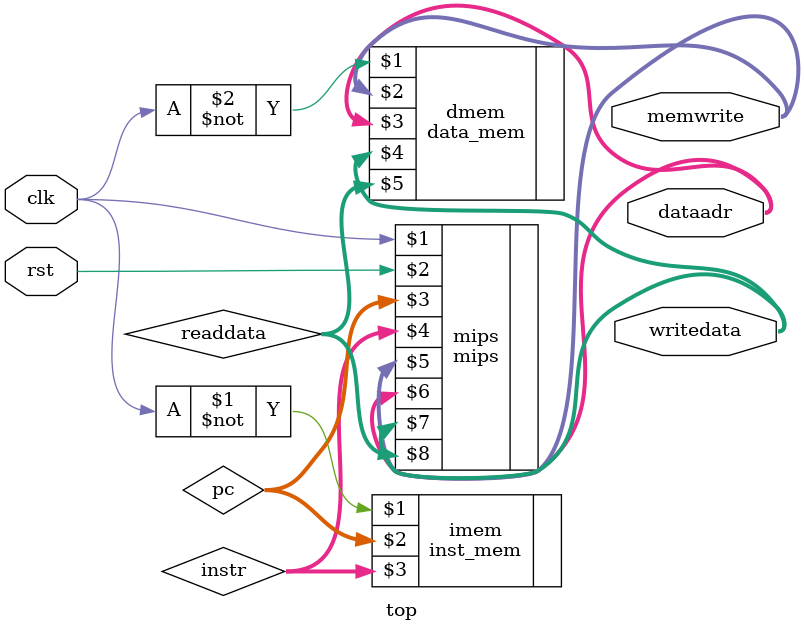
<source format=v>
`timescale 1ns / 1ps


module top(
	input wire clk,rst,
	output wire[31:0] writedata,dataadr,
	output wire [3:0] memwrite
    );

	wire[31:0] pc,instr,readdata;

	mips mips(clk,rst,pc,instr,memwrite,dataadr,writedata,readdata);
	inst_mem imem(~clk,pc,instr);
	data_mem dmem(~clk,memwrite,dataadr,writedata,readdata);
endmodule

</source>
